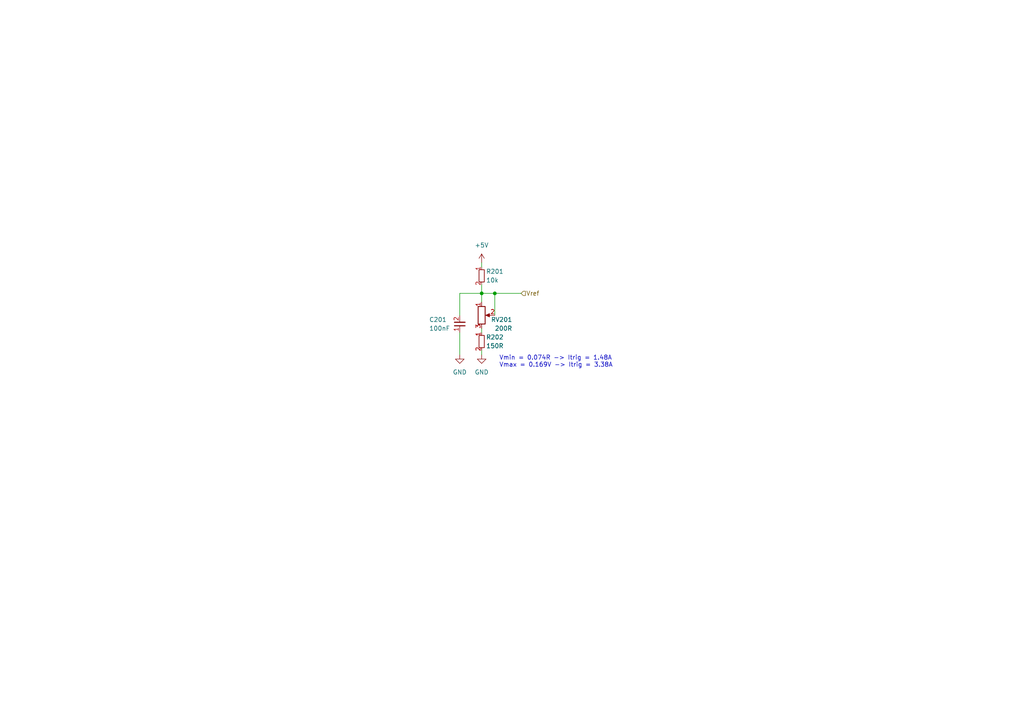
<source format=kicad_sch>
(kicad_sch (version 20230121) (generator eeschema)
  (paper "A4")
  (lib_symbols
    (symbol "Device:R_Potentiometer" (pin_names (offset 1.016) hide)
      (property "Reference" "RV" (at -4.445 0 90))
      (property "Value" "R_Potentiometer" (at -2.54 0 90))
      (symbol "R_Potentiometer_0_1"
        (polyline (pts (xy 2.54 0) (xy 1.524 0)))
        (polyline (pts (xy 1.143 0) (xy 2.286 0.508) (xy 2.286 -0.508) (xy 1.143 0)) (fill (type outline)))
        (rectangle (start 1.016 2.54) (end -1.016 -2.54) (stroke (width 0.254)))
      )
      (symbol "R_Potentiometer_1_1"
        (pin passive line (at 0 3.81 270) (length 1.27) (name "1") (number "1"))
        (pin passive line (at 3.81 0 180) (length 1.27) (name "2") (number "2"))
        (pin passive line (at 0 -3.81 90) (length 1.27) (name "3") (number "3"))
      )
    )
    (symbol "capacitor_miscellaneous:C_0603_100nF"
      (property "Reference" "C" (at 1.27 2.54 0))
      (property "Value" "100nF" (at 3.81 -2.54 0))
      (symbol "C_0603_100nF_0_1"
        (polyline (pts (xy -1.524 -0.508) (xy 1.524 -0.508)) (stroke (width 0.3302)))
        (polyline (pts (xy -1.524 0.508) (xy 1.524 0.508)) (stroke (width 0.3048)))
      )
      (symbol "C_0603_100nF_1_1"
        (pin passive line (at 0 2.54 270) (length 2.032) (name "~") (number "1"))
        (pin passive line (at 0 -2.54 90) (length 2.032) (name "~") (number "2"))
      )
    )
    (symbol "power:+5V" (power) (pin_names (offset 0))
      (property "Value" "+5V" (at 0 3.556 0))
      (symbol "+5V_0_1"
        (polyline (pts (xy -0.762 1.27) (xy 0 2.54)))
        (polyline (pts (xy 0 0) (xy 0 2.54)))
        (polyline (pts (xy 0 2.54) (xy 0.762 1.27)))
      )
      (symbol "+5V_1_1"
        (pin power_in line (at 0 0 90) (length 0) hide (name "+5V") (number "1"))
      )
    )
    (symbol "power:GND" (power) (pin_names (offset 0))
      (property "Value" "GND" (at 0 -3.81 0))
      (symbol "GND_0_1"
        (polyline (pts (xy 0 0) (xy 0 -1.27) (xy 1.27 -1.27) (xy 0 -2.54) (xy -1.27 -1.27) (xy 0 -1.27)))
      )
      (symbol "GND_1_1"
        (pin power_in line (at 0 0 270) (length 0) hide (name "GND") (number "1"))
      )
    )
    (symbol "resistors_0603:R_10k_0603"
      (property "Reference" "R" (at 1.27 2.54 0))
      (property "Value" "10k" (at 2.54 -2.54 0))
      (symbol "R_10k_0603_0_1"
        (rectangle (start -0.762 1.778) (end 0.762 -1.778) (stroke (width 0.2032)))
      )
      (symbol "R_10k_0603_1_1"
        (pin passive line (at 0 2.54 270) (length 0.762) (name "~") (number "1"))
        (pin passive line (at 0 -2.54 90) (length 0.762) (name "~") (number "2"))
      )
    )
    (symbol "resistors_0603:R_330R_0603"
      (property "Reference" "R" (at 1.27 2.54 0))
      (property "Value" "330R" (at 2.54 -2.54 0))
      (symbol "R_330R_0603_0_1"
        (rectangle (start -0.762 1.778) (end 0.762 -1.778) (stroke (width 0.2032)))
      )
      (symbol "R_330R_0603_1_1"
        (pin passive line (at 0 2.54 270) (length 0.762) (name "~") (number "1"))
        (pin passive line (at 0 -2.54 90) (length 0.762) (name "~") (number "2"))
      )
    )
  )
  (junction (at 143.51 85.09))
  (junction (at 139.7 85.09))
  (wire (pts (xy 133.35 91.44) (xy 133.35 85.09)))
  (wire (pts (xy 139.7 85.09) (xy 139.7 87.63)))
  (wire (pts (xy 143.51 85.09) (xy 143.51 91.44)))
  (wire (pts (xy 139.7 76.2) (xy 139.7 77.47)))
  (wire (pts (xy 139.7 82.55) (xy 139.7 85.09)))
  (wire (pts (xy 139.7 95.25) (xy 139.7 96.52)))
  (wire (pts (xy 133.35 85.09) (xy 139.7 85.09)))
  (wire (pts (xy 139.7 85.09) (xy 143.51 85.09)))
  (wire (pts (xy 139.7 101.6) (xy 139.7 102.87)))
  (wire (pts (xy 133.35 96.52) (xy 133.35 102.87)))
  (wire (pts (xy 143.51 85.09) (xy 151.13 85.09)))
  (text "Vmin = 0.074R -> Itrig = 1.48A\nVmax = 0.169V -> Itrig = 3.38A" (at 144.78 106.68 0) (effects (font (size 1.27 1.27)) (justify left bottom)))
  (hierarchical_label "Vref" (shape input) (at 151.13 85.09 0))
  (symbol (lib_id "resistors_0603:R_10k_0603") (at 139.7 80.01 0) (unit 1)
    (property "Reference" "R201" (at 140.97 78.74 0) (effects (justify left)))
    (property "Value" "10k" (at 140.97 81.28 0) (effects (justify left)))
    (property "Footprint" "custom_kicad_lib_sk:R_0603_smalltext" (effects hide))
    (property "JLCPCB Part#" "C25804" (effects hide))
  )
  (symbol (lib_id "power:GND") (at 139.7 102.87 0) (unit 1)
    (property "Reference" "#PWR0203" (effects hide))
    (property "Value" "GND" (at 139.7 107.95 0))
  )
  (symbol (lib_id "resistors_0603:R_330R_0603") (at 139.7 99.06 0) (unit 1)
    (property "Reference" "R202" (at 140.97 97.79 0) (effects (justify left)))
    (property "Value" "150R" (at 140.97 100.33 0) (effects (justify left)))
    (property "Footprint" "custom_kicad_lib_sk:R_0603_smalltext" (effects hide))
    (property "JLCPCB Part#" "C23138" (effects hide))
  )
  (symbol (lib_id "capacitor_miscellaneous:C_0603_100nF") (at 133.35 93.98 180) (unit 1)
    (property "Reference" "C201" (at 124.46 92.71 0) (effects (justify right)))
    (property "Value" "100nF" (at 124.46 95.25 0) (effects (justify right)))
    (property "Footprint" "Capacitor_SMD:C_0603_1608Metric" (effects hide))
    (property "JLCPCB Part#" "C14663" (effects hide))
  )
  (symbol (lib_id "power:GND") (at 133.35 102.87 0) (unit 1)
    (property "Reference" "#PWR0201" (effects hide))
    (property "Value" "GND" (at 133.35 107.95 0))
  )
  (symbol (lib_id "Device:R_Potentiometer") (at 139.7 91.44 0) (unit 1)
    (property "Reference" "RV201" (at 148.59 92.71 0) (effects (justify right)))
    (property "Value" "200R" (at 148.59 95.25 0) (effects (justify right)))
    (property "Footprint" "Potentiometer_SMD:Potentiometer_Bourns_TC33X_Vertical" (effects hide))
    (property "JLCPCB Part#" "C128548" (effects hide))
  )
  (symbol (lib_id "power:+5V") (at 139.7 76.2 0) (unit 1)
    (property "Reference" "#PWR0202" (effects hide))
    (property "Value" "+5V" (at 139.7 71.12 0))
  )
)
</source>
